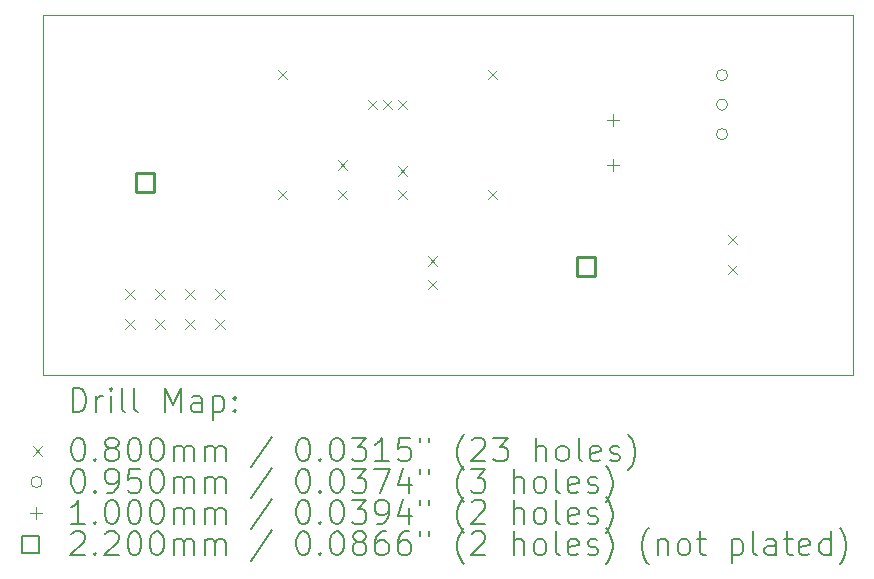
<source format=gbr>
%FSLAX45Y45*%
G04 Gerber Fmt 4.5, Leading zero omitted, Abs format (unit mm)*
G04 Created by KiCad (PCBNEW 6.0.6-3a73a75311~116~ubuntu20.04.1) date 2022-07-22 13:51:22*
%MOMM*%
%LPD*%
G01*
G04 APERTURE LIST*
%TA.AperFunction,Profile*%
%ADD10C,0.100000*%
%TD*%
%ADD11C,0.200000*%
%ADD12C,0.080000*%
%ADD13C,0.095000*%
%ADD14C,0.100000*%
%ADD15C,0.220000*%
G04 APERTURE END LIST*
D10*
X6858000Y3048000D02*
X0Y3048000D01*
X6858000Y0D02*
X6858000Y3048000D01*
X0Y3048000D02*
X0Y0D01*
X0Y0D02*
X6858000Y0D01*
D11*
D12*
X699500Y724000D02*
X779500Y644000D01*
X779500Y724000D02*
X699500Y644000D01*
X699500Y470000D02*
X779500Y390000D01*
X779500Y470000D02*
X699500Y390000D01*
X953500Y724000D02*
X1033500Y644000D01*
X1033500Y724000D02*
X953500Y644000D01*
X953500Y470000D02*
X1033500Y390000D01*
X1033500Y470000D02*
X953500Y390000D01*
X1207500Y724000D02*
X1287500Y644000D01*
X1287500Y724000D02*
X1207500Y644000D01*
X1207500Y470000D02*
X1287500Y390000D01*
X1287500Y470000D02*
X1207500Y390000D01*
X1461500Y724000D02*
X1541500Y644000D01*
X1541500Y724000D02*
X1461500Y644000D01*
X1461500Y470000D02*
X1541500Y390000D01*
X1541500Y470000D02*
X1461500Y390000D01*
X1992000Y2580000D02*
X2072000Y2500000D01*
X2072000Y2580000D02*
X1992000Y2500000D01*
X1992000Y1564000D02*
X2072000Y1484000D01*
X2072000Y1564000D02*
X1992000Y1484000D01*
X2496000Y1814000D02*
X2576000Y1734000D01*
X2576000Y1814000D02*
X2496000Y1734000D01*
X2496000Y1564000D02*
X2576000Y1484000D01*
X2576000Y1564000D02*
X2496000Y1484000D01*
X2754000Y2326000D02*
X2834000Y2246000D01*
X2834000Y2326000D02*
X2754000Y2246000D01*
X2881000Y2326000D02*
X2961000Y2246000D01*
X2961000Y2326000D02*
X2881000Y2246000D01*
X3008000Y2326000D02*
X3088000Y2246000D01*
X3088000Y2326000D02*
X3008000Y2246000D01*
X3008000Y1764000D02*
X3088000Y1684000D01*
X3088000Y1764000D02*
X3008000Y1684000D01*
X3008000Y1564000D02*
X3088000Y1484000D01*
X3088000Y1564000D02*
X3008000Y1484000D01*
X3262000Y1002000D02*
X3342000Y922000D01*
X3342000Y1002000D02*
X3262000Y922000D01*
X3262000Y802000D02*
X3342000Y722000D01*
X3342000Y802000D02*
X3262000Y722000D01*
X3770000Y2580000D02*
X3850000Y2500000D01*
X3850000Y2580000D02*
X3770000Y2500000D01*
X3770000Y1564000D02*
X3850000Y1484000D01*
X3850000Y1564000D02*
X3770000Y1484000D01*
X5802000Y1182000D02*
X5882000Y1102000D01*
X5882000Y1182000D02*
X5802000Y1102000D01*
X5802000Y930000D02*
X5882000Y850000D01*
X5882000Y930000D02*
X5802000Y850000D01*
D13*
X5798500Y2536000D02*
G75*
G03*
X5798500Y2536000I-47500J0D01*
G01*
X5798500Y2286000D02*
G75*
G03*
X5798500Y2286000I-47500J0D01*
G01*
X5798500Y2036000D02*
G75*
G03*
X5798500Y2036000I-47500J0D01*
G01*
D14*
X4826000Y2208000D02*
X4826000Y2108000D01*
X4776000Y2158000D02*
X4876000Y2158000D01*
X4826000Y1828000D02*
X4826000Y1728000D01*
X4776000Y1778000D02*
X4876000Y1778000D01*
D15*
X941382Y1547817D02*
X941382Y1703382D01*
X785817Y1703382D01*
X785817Y1547817D01*
X941382Y1547817D01*
X4675183Y836617D02*
X4675183Y992182D01*
X4519618Y992182D01*
X4519618Y836617D01*
X4675183Y836617D01*
D11*
X252619Y-315476D02*
X252619Y-115476D01*
X300238Y-115476D01*
X328810Y-125000D01*
X347857Y-144048D01*
X357381Y-163095D01*
X366905Y-201190D01*
X366905Y-229762D01*
X357381Y-267857D01*
X347857Y-286905D01*
X328810Y-305952D01*
X300238Y-315476D01*
X252619Y-315476D01*
X452619Y-315476D02*
X452619Y-182143D01*
X452619Y-220238D02*
X462143Y-201190D01*
X471667Y-191667D01*
X490714Y-182143D01*
X509762Y-182143D01*
X576429Y-315476D02*
X576429Y-182143D01*
X576429Y-115476D02*
X566905Y-125000D01*
X576429Y-134524D01*
X585952Y-125000D01*
X576429Y-115476D01*
X576429Y-134524D01*
X700238Y-315476D02*
X681190Y-305952D01*
X671667Y-286905D01*
X671667Y-115476D01*
X805000Y-315476D02*
X785952Y-305952D01*
X776428Y-286905D01*
X776428Y-115476D01*
X1033571Y-315476D02*
X1033571Y-115476D01*
X1100238Y-258333D01*
X1166905Y-115476D01*
X1166905Y-315476D01*
X1347857Y-315476D02*
X1347857Y-210714D01*
X1338333Y-191667D01*
X1319286Y-182143D01*
X1281190Y-182143D01*
X1262143Y-191667D01*
X1347857Y-305952D02*
X1328810Y-315476D01*
X1281190Y-315476D01*
X1262143Y-305952D01*
X1252619Y-286905D01*
X1252619Y-267857D01*
X1262143Y-248809D01*
X1281190Y-239286D01*
X1328810Y-239286D01*
X1347857Y-229762D01*
X1443095Y-182143D02*
X1443095Y-382143D01*
X1443095Y-191667D02*
X1462143Y-182143D01*
X1500238Y-182143D01*
X1519286Y-191667D01*
X1528809Y-201190D01*
X1538333Y-220238D01*
X1538333Y-277381D01*
X1528809Y-296429D01*
X1519286Y-305952D01*
X1500238Y-315476D01*
X1462143Y-315476D01*
X1443095Y-305952D01*
X1624048Y-296429D02*
X1633571Y-305952D01*
X1624048Y-315476D01*
X1614524Y-305952D01*
X1624048Y-296429D01*
X1624048Y-315476D01*
X1624048Y-191667D02*
X1633571Y-201190D01*
X1624048Y-210714D01*
X1614524Y-201190D01*
X1624048Y-191667D01*
X1624048Y-210714D01*
D12*
X-85000Y-605000D02*
X-5000Y-685000D01*
X-5000Y-605000D02*
X-85000Y-685000D01*
D11*
X290714Y-535476D02*
X309762Y-535476D01*
X328810Y-545000D01*
X338333Y-554524D01*
X347857Y-573571D01*
X357381Y-611667D01*
X357381Y-659286D01*
X347857Y-697381D01*
X338333Y-716428D01*
X328810Y-725952D01*
X309762Y-735476D01*
X290714Y-735476D01*
X271667Y-725952D01*
X262143Y-716428D01*
X252619Y-697381D01*
X243095Y-659286D01*
X243095Y-611667D01*
X252619Y-573571D01*
X262143Y-554524D01*
X271667Y-545000D01*
X290714Y-535476D01*
X443095Y-716428D02*
X452619Y-725952D01*
X443095Y-735476D01*
X433571Y-725952D01*
X443095Y-716428D01*
X443095Y-735476D01*
X566905Y-621190D02*
X547857Y-611667D01*
X538333Y-602143D01*
X528810Y-583095D01*
X528810Y-573571D01*
X538333Y-554524D01*
X547857Y-545000D01*
X566905Y-535476D01*
X605000Y-535476D01*
X624048Y-545000D01*
X633571Y-554524D01*
X643095Y-573571D01*
X643095Y-583095D01*
X633571Y-602143D01*
X624048Y-611667D01*
X605000Y-621190D01*
X566905Y-621190D01*
X547857Y-630714D01*
X538333Y-640238D01*
X528810Y-659286D01*
X528810Y-697381D01*
X538333Y-716428D01*
X547857Y-725952D01*
X566905Y-735476D01*
X605000Y-735476D01*
X624048Y-725952D01*
X633571Y-716428D01*
X643095Y-697381D01*
X643095Y-659286D01*
X633571Y-640238D01*
X624048Y-630714D01*
X605000Y-621190D01*
X766905Y-535476D02*
X785952Y-535476D01*
X805000Y-545000D01*
X814524Y-554524D01*
X824048Y-573571D01*
X833571Y-611667D01*
X833571Y-659286D01*
X824048Y-697381D01*
X814524Y-716428D01*
X805000Y-725952D01*
X785952Y-735476D01*
X766905Y-735476D01*
X747857Y-725952D01*
X738333Y-716428D01*
X728809Y-697381D01*
X719286Y-659286D01*
X719286Y-611667D01*
X728809Y-573571D01*
X738333Y-554524D01*
X747857Y-545000D01*
X766905Y-535476D01*
X957381Y-535476D02*
X976428Y-535476D01*
X995476Y-545000D01*
X1005000Y-554524D01*
X1014524Y-573571D01*
X1024048Y-611667D01*
X1024048Y-659286D01*
X1014524Y-697381D01*
X1005000Y-716428D01*
X995476Y-725952D01*
X976428Y-735476D01*
X957381Y-735476D01*
X938333Y-725952D01*
X928809Y-716428D01*
X919286Y-697381D01*
X909762Y-659286D01*
X909762Y-611667D01*
X919286Y-573571D01*
X928809Y-554524D01*
X938333Y-545000D01*
X957381Y-535476D01*
X1109762Y-735476D02*
X1109762Y-602143D01*
X1109762Y-621190D02*
X1119286Y-611667D01*
X1138333Y-602143D01*
X1166905Y-602143D01*
X1185952Y-611667D01*
X1195476Y-630714D01*
X1195476Y-735476D01*
X1195476Y-630714D02*
X1205000Y-611667D01*
X1224048Y-602143D01*
X1252619Y-602143D01*
X1271667Y-611667D01*
X1281190Y-630714D01*
X1281190Y-735476D01*
X1376429Y-735476D02*
X1376429Y-602143D01*
X1376429Y-621190D02*
X1385952Y-611667D01*
X1405000Y-602143D01*
X1433571Y-602143D01*
X1452619Y-611667D01*
X1462143Y-630714D01*
X1462143Y-735476D01*
X1462143Y-630714D02*
X1471667Y-611667D01*
X1490714Y-602143D01*
X1519286Y-602143D01*
X1538333Y-611667D01*
X1547857Y-630714D01*
X1547857Y-735476D01*
X1938333Y-525952D02*
X1766905Y-783095D01*
X2195476Y-535476D02*
X2214524Y-535476D01*
X2233571Y-545000D01*
X2243095Y-554524D01*
X2252619Y-573571D01*
X2262143Y-611667D01*
X2262143Y-659286D01*
X2252619Y-697381D01*
X2243095Y-716428D01*
X2233571Y-725952D01*
X2214524Y-735476D01*
X2195476Y-735476D01*
X2176429Y-725952D01*
X2166905Y-716428D01*
X2157381Y-697381D01*
X2147857Y-659286D01*
X2147857Y-611667D01*
X2157381Y-573571D01*
X2166905Y-554524D01*
X2176429Y-545000D01*
X2195476Y-535476D01*
X2347857Y-716428D02*
X2357381Y-725952D01*
X2347857Y-735476D01*
X2338333Y-725952D01*
X2347857Y-716428D01*
X2347857Y-735476D01*
X2481190Y-535476D02*
X2500238Y-535476D01*
X2519286Y-545000D01*
X2528810Y-554524D01*
X2538333Y-573571D01*
X2547857Y-611667D01*
X2547857Y-659286D01*
X2538333Y-697381D01*
X2528810Y-716428D01*
X2519286Y-725952D01*
X2500238Y-735476D01*
X2481190Y-735476D01*
X2462143Y-725952D01*
X2452619Y-716428D01*
X2443095Y-697381D01*
X2433571Y-659286D01*
X2433571Y-611667D01*
X2443095Y-573571D01*
X2452619Y-554524D01*
X2462143Y-545000D01*
X2481190Y-535476D01*
X2614524Y-535476D02*
X2738333Y-535476D01*
X2671667Y-611667D01*
X2700238Y-611667D01*
X2719286Y-621190D01*
X2728810Y-630714D01*
X2738333Y-649762D01*
X2738333Y-697381D01*
X2728810Y-716428D01*
X2719286Y-725952D01*
X2700238Y-735476D01*
X2643095Y-735476D01*
X2624048Y-725952D01*
X2614524Y-716428D01*
X2928809Y-735476D02*
X2814524Y-735476D01*
X2871667Y-735476D02*
X2871667Y-535476D01*
X2852619Y-564048D01*
X2833571Y-583095D01*
X2814524Y-592619D01*
X3109762Y-535476D02*
X3014524Y-535476D01*
X3005000Y-630714D01*
X3014524Y-621190D01*
X3033571Y-611667D01*
X3081190Y-611667D01*
X3100238Y-621190D01*
X3109762Y-630714D01*
X3119286Y-649762D01*
X3119286Y-697381D01*
X3109762Y-716428D01*
X3100238Y-725952D01*
X3081190Y-735476D01*
X3033571Y-735476D01*
X3014524Y-725952D01*
X3005000Y-716428D01*
X3195476Y-535476D02*
X3195476Y-573571D01*
X3271667Y-535476D02*
X3271667Y-573571D01*
X3566905Y-811667D02*
X3557381Y-802143D01*
X3538333Y-773571D01*
X3528809Y-754524D01*
X3519286Y-725952D01*
X3509762Y-678333D01*
X3509762Y-640238D01*
X3519286Y-592619D01*
X3528809Y-564048D01*
X3538333Y-545000D01*
X3557381Y-516428D01*
X3566905Y-506905D01*
X3633571Y-554524D02*
X3643095Y-545000D01*
X3662143Y-535476D01*
X3709762Y-535476D01*
X3728809Y-545000D01*
X3738333Y-554524D01*
X3747857Y-573571D01*
X3747857Y-592619D01*
X3738333Y-621190D01*
X3624048Y-735476D01*
X3747857Y-735476D01*
X3814524Y-535476D02*
X3938333Y-535476D01*
X3871667Y-611667D01*
X3900238Y-611667D01*
X3919286Y-621190D01*
X3928809Y-630714D01*
X3938333Y-649762D01*
X3938333Y-697381D01*
X3928809Y-716428D01*
X3919286Y-725952D01*
X3900238Y-735476D01*
X3843095Y-735476D01*
X3824048Y-725952D01*
X3814524Y-716428D01*
X4176428Y-735476D02*
X4176428Y-535476D01*
X4262143Y-735476D02*
X4262143Y-630714D01*
X4252619Y-611667D01*
X4233571Y-602143D01*
X4205000Y-602143D01*
X4185952Y-611667D01*
X4176428Y-621190D01*
X4385952Y-735476D02*
X4366905Y-725952D01*
X4357381Y-716428D01*
X4347857Y-697381D01*
X4347857Y-640238D01*
X4357381Y-621190D01*
X4366905Y-611667D01*
X4385952Y-602143D01*
X4414524Y-602143D01*
X4433571Y-611667D01*
X4443095Y-621190D01*
X4452619Y-640238D01*
X4452619Y-697381D01*
X4443095Y-716428D01*
X4433571Y-725952D01*
X4414524Y-735476D01*
X4385952Y-735476D01*
X4566905Y-735476D02*
X4547857Y-725952D01*
X4538333Y-706905D01*
X4538333Y-535476D01*
X4719286Y-725952D02*
X4700238Y-735476D01*
X4662143Y-735476D01*
X4643095Y-725952D01*
X4633571Y-706905D01*
X4633571Y-630714D01*
X4643095Y-611667D01*
X4662143Y-602143D01*
X4700238Y-602143D01*
X4719286Y-611667D01*
X4728810Y-630714D01*
X4728810Y-649762D01*
X4633571Y-668810D01*
X4805000Y-725952D02*
X4824048Y-735476D01*
X4862143Y-735476D01*
X4881190Y-725952D01*
X4890714Y-706905D01*
X4890714Y-697381D01*
X4881190Y-678333D01*
X4862143Y-668810D01*
X4833571Y-668810D01*
X4814524Y-659286D01*
X4805000Y-640238D01*
X4805000Y-630714D01*
X4814524Y-611667D01*
X4833571Y-602143D01*
X4862143Y-602143D01*
X4881190Y-611667D01*
X4957381Y-811667D02*
X4966905Y-802143D01*
X4985952Y-773571D01*
X4995476Y-754524D01*
X5005000Y-725952D01*
X5014524Y-678333D01*
X5014524Y-640238D01*
X5005000Y-592619D01*
X4995476Y-564048D01*
X4985952Y-545000D01*
X4966905Y-516428D01*
X4957381Y-506905D01*
D13*
X-5000Y-909000D02*
G75*
G03*
X-5000Y-909000I-47500J0D01*
G01*
D11*
X290714Y-799476D02*
X309762Y-799476D01*
X328810Y-809000D01*
X338333Y-818524D01*
X347857Y-837571D01*
X357381Y-875667D01*
X357381Y-923286D01*
X347857Y-961381D01*
X338333Y-980428D01*
X328810Y-989952D01*
X309762Y-999476D01*
X290714Y-999476D01*
X271667Y-989952D01*
X262143Y-980428D01*
X252619Y-961381D01*
X243095Y-923286D01*
X243095Y-875667D01*
X252619Y-837571D01*
X262143Y-818524D01*
X271667Y-809000D01*
X290714Y-799476D01*
X443095Y-980428D02*
X452619Y-989952D01*
X443095Y-999476D01*
X433571Y-989952D01*
X443095Y-980428D01*
X443095Y-999476D01*
X547857Y-999476D02*
X585952Y-999476D01*
X605000Y-989952D01*
X614524Y-980428D01*
X633571Y-951857D01*
X643095Y-913762D01*
X643095Y-837571D01*
X633571Y-818524D01*
X624048Y-809000D01*
X605000Y-799476D01*
X566905Y-799476D01*
X547857Y-809000D01*
X538333Y-818524D01*
X528810Y-837571D01*
X528810Y-885190D01*
X538333Y-904238D01*
X547857Y-913762D01*
X566905Y-923286D01*
X605000Y-923286D01*
X624048Y-913762D01*
X633571Y-904238D01*
X643095Y-885190D01*
X824048Y-799476D02*
X728809Y-799476D01*
X719286Y-894714D01*
X728809Y-885190D01*
X747857Y-875667D01*
X795476Y-875667D01*
X814524Y-885190D01*
X824048Y-894714D01*
X833571Y-913762D01*
X833571Y-961381D01*
X824048Y-980428D01*
X814524Y-989952D01*
X795476Y-999476D01*
X747857Y-999476D01*
X728809Y-989952D01*
X719286Y-980428D01*
X957381Y-799476D02*
X976428Y-799476D01*
X995476Y-809000D01*
X1005000Y-818524D01*
X1014524Y-837571D01*
X1024048Y-875667D01*
X1024048Y-923286D01*
X1014524Y-961381D01*
X1005000Y-980428D01*
X995476Y-989952D01*
X976428Y-999476D01*
X957381Y-999476D01*
X938333Y-989952D01*
X928809Y-980428D01*
X919286Y-961381D01*
X909762Y-923286D01*
X909762Y-875667D01*
X919286Y-837571D01*
X928809Y-818524D01*
X938333Y-809000D01*
X957381Y-799476D01*
X1109762Y-999476D02*
X1109762Y-866143D01*
X1109762Y-885190D02*
X1119286Y-875667D01*
X1138333Y-866143D01*
X1166905Y-866143D01*
X1185952Y-875667D01*
X1195476Y-894714D01*
X1195476Y-999476D01*
X1195476Y-894714D02*
X1205000Y-875667D01*
X1224048Y-866143D01*
X1252619Y-866143D01*
X1271667Y-875667D01*
X1281190Y-894714D01*
X1281190Y-999476D01*
X1376429Y-999476D02*
X1376429Y-866143D01*
X1376429Y-885190D02*
X1385952Y-875667D01*
X1405000Y-866143D01*
X1433571Y-866143D01*
X1452619Y-875667D01*
X1462143Y-894714D01*
X1462143Y-999476D01*
X1462143Y-894714D02*
X1471667Y-875667D01*
X1490714Y-866143D01*
X1519286Y-866143D01*
X1538333Y-875667D01*
X1547857Y-894714D01*
X1547857Y-999476D01*
X1938333Y-789952D02*
X1766905Y-1047095D01*
X2195476Y-799476D02*
X2214524Y-799476D01*
X2233571Y-809000D01*
X2243095Y-818524D01*
X2252619Y-837571D01*
X2262143Y-875667D01*
X2262143Y-923286D01*
X2252619Y-961381D01*
X2243095Y-980428D01*
X2233571Y-989952D01*
X2214524Y-999476D01*
X2195476Y-999476D01*
X2176429Y-989952D01*
X2166905Y-980428D01*
X2157381Y-961381D01*
X2147857Y-923286D01*
X2147857Y-875667D01*
X2157381Y-837571D01*
X2166905Y-818524D01*
X2176429Y-809000D01*
X2195476Y-799476D01*
X2347857Y-980428D02*
X2357381Y-989952D01*
X2347857Y-999476D01*
X2338333Y-989952D01*
X2347857Y-980428D01*
X2347857Y-999476D01*
X2481190Y-799476D02*
X2500238Y-799476D01*
X2519286Y-809000D01*
X2528810Y-818524D01*
X2538333Y-837571D01*
X2547857Y-875667D01*
X2547857Y-923286D01*
X2538333Y-961381D01*
X2528810Y-980428D01*
X2519286Y-989952D01*
X2500238Y-999476D01*
X2481190Y-999476D01*
X2462143Y-989952D01*
X2452619Y-980428D01*
X2443095Y-961381D01*
X2433571Y-923286D01*
X2433571Y-875667D01*
X2443095Y-837571D01*
X2452619Y-818524D01*
X2462143Y-809000D01*
X2481190Y-799476D01*
X2614524Y-799476D02*
X2738333Y-799476D01*
X2671667Y-875667D01*
X2700238Y-875667D01*
X2719286Y-885190D01*
X2728810Y-894714D01*
X2738333Y-913762D01*
X2738333Y-961381D01*
X2728810Y-980428D01*
X2719286Y-989952D01*
X2700238Y-999476D01*
X2643095Y-999476D01*
X2624048Y-989952D01*
X2614524Y-980428D01*
X2805000Y-799476D02*
X2938333Y-799476D01*
X2852619Y-999476D01*
X3100238Y-866143D02*
X3100238Y-999476D01*
X3052619Y-789952D02*
X3005000Y-932809D01*
X3128809Y-932809D01*
X3195476Y-799476D02*
X3195476Y-837571D01*
X3271667Y-799476D02*
X3271667Y-837571D01*
X3566905Y-1075667D02*
X3557381Y-1066143D01*
X3538333Y-1037571D01*
X3528809Y-1018524D01*
X3519286Y-989952D01*
X3509762Y-942333D01*
X3509762Y-904238D01*
X3519286Y-856619D01*
X3528809Y-828048D01*
X3538333Y-809000D01*
X3557381Y-780428D01*
X3566905Y-770905D01*
X3624048Y-799476D02*
X3747857Y-799476D01*
X3681190Y-875667D01*
X3709762Y-875667D01*
X3728809Y-885190D01*
X3738333Y-894714D01*
X3747857Y-913762D01*
X3747857Y-961381D01*
X3738333Y-980428D01*
X3728809Y-989952D01*
X3709762Y-999476D01*
X3652619Y-999476D01*
X3633571Y-989952D01*
X3624048Y-980428D01*
X3985952Y-999476D02*
X3985952Y-799476D01*
X4071667Y-999476D02*
X4071667Y-894714D01*
X4062143Y-875667D01*
X4043095Y-866143D01*
X4014524Y-866143D01*
X3995476Y-875667D01*
X3985952Y-885190D01*
X4195476Y-999476D02*
X4176428Y-989952D01*
X4166905Y-980428D01*
X4157381Y-961381D01*
X4157381Y-904238D01*
X4166905Y-885190D01*
X4176428Y-875667D01*
X4195476Y-866143D01*
X4224048Y-866143D01*
X4243095Y-875667D01*
X4252619Y-885190D01*
X4262143Y-904238D01*
X4262143Y-961381D01*
X4252619Y-980428D01*
X4243095Y-989952D01*
X4224048Y-999476D01*
X4195476Y-999476D01*
X4376429Y-999476D02*
X4357381Y-989952D01*
X4347857Y-970905D01*
X4347857Y-799476D01*
X4528810Y-989952D02*
X4509762Y-999476D01*
X4471667Y-999476D01*
X4452619Y-989952D01*
X4443095Y-970905D01*
X4443095Y-894714D01*
X4452619Y-875667D01*
X4471667Y-866143D01*
X4509762Y-866143D01*
X4528810Y-875667D01*
X4538333Y-894714D01*
X4538333Y-913762D01*
X4443095Y-932809D01*
X4614524Y-989952D02*
X4633571Y-999476D01*
X4671667Y-999476D01*
X4690714Y-989952D01*
X4700238Y-970905D01*
X4700238Y-961381D01*
X4690714Y-942333D01*
X4671667Y-932809D01*
X4643095Y-932809D01*
X4624048Y-923286D01*
X4614524Y-904238D01*
X4614524Y-894714D01*
X4624048Y-875667D01*
X4643095Y-866143D01*
X4671667Y-866143D01*
X4690714Y-875667D01*
X4766905Y-1075667D02*
X4776429Y-1066143D01*
X4795476Y-1037571D01*
X4805000Y-1018524D01*
X4814524Y-989952D01*
X4824048Y-942333D01*
X4824048Y-904238D01*
X4814524Y-856619D01*
X4805000Y-828048D01*
X4795476Y-809000D01*
X4776429Y-780428D01*
X4766905Y-770905D01*
D14*
X-55000Y-1123000D02*
X-55000Y-1223000D01*
X-105000Y-1173000D02*
X-5000Y-1173000D01*
D11*
X357381Y-1263476D02*
X243095Y-1263476D01*
X300238Y-1263476D02*
X300238Y-1063476D01*
X281190Y-1092048D01*
X262143Y-1111095D01*
X243095Y-1120619D01*
X443095Y-1244429D02*
X452619Y-1253952D01*
X443095Y-1263476D01*
X433571Y-1253952D01*
X443095Y-1244429D01*
X443095Y-1263476D01*
X576429Y-1063476D02*
X595476Y-1063476D01*
X614524Y-1073000D01*
X624048Y-1082524D01*
X633571Y-1101571D01*
X643095Y-1139667D01*
X643095Y-1187286D01*
X633571Y-1225381D01*
X624048Y-1244429D01*
X614524Y-1253952D01*
X595476Y-1263476D01*
X576429Y-1263476D01*
X557381Y-1253952D01*
X547857Y-1244429D01*
X538333Y-1225381D01*
X528810Y-1187286D01*
X528810Y-1139667D01*
X538333Y-1101571D01*
X547857Y-1082524D01*
X557381Y-1073000D01*
X576429Y-1063476D01*
X766905Y-1063476D02*
X785952Y-1063476D01*
X805000Y-1073000D01*
X814524Y-1082524D01*
X824048Y-1101571D01*
X833571Y-1139667D01*
X833571Y-1187286D01*
X824048Y-1225381D01*
X814524Y-1244429D01*
X805000Y-1253952D01*
X785952Y-1263476D01*
X766905Y-1263476D01*
X747857Y-1253952D01*
X738333Y-1244429D01*
X728809Y-1225381D01*
X719286Y-1187286D01*
X719286Y-1139667D01*
X728809Y-1101571D01*
X738333Y-1082524D01*
X747857Y-1073000D01*
X766905Y-1063476D01*
X957381Y-1063476D02*
X976428Y-1063476D01*
X995476Y-1073000D01*
X1005000Y-1082524D01*
X1014524Y-1101571D01*
X1024048Y-1139667D01*
X1024048Y-1187286D01*
X1014524Y-1225381D01*
X1005000Y-1244429D01*
X995476Y-1253952D01*
X976428Y-1263476D01*
X957381Y-1263476D01*
X938333Y-1253952D01*
X928809Y-1244429D01*
X919286Y-1225381D01*
X909762Y-1187286D01*
X909762Y-1139667D01*
X919286Y-1101571D01*
X928809Y-1082524D01*
X938333Y-1073000D01*
X957381Y-1063476D01*
X1109762Y-1263476D02*
X1109762Y-1130143D01*
X1109762Y-1149190D02*
X1119286Y-1139667D01*
X1138333Y-1130143D01*
X1166905Y-1130143D01*
X1185952Y-1139667D01*
X1195476Y-1158714D01*
X1195476Y-1263476D01*
X1195476Y-1158714D02*
X1205000Y-1139667D01*
X1224048Y-1130143D01*
X1252619Y-1130143D01*
X1271667Y-1139667D01*
X1281190Y-1158714D01*
X1281190Y-1263476D01*
X1376429Y-1263476D02*
X1376429Y-1130143D01*
X1376429Y-1149190D02*
X1385952Y-1139667D01*
X1405000Y-1130143D01*
X1433571Y-1130143D01*
X1452619Y-1139667D01*
X1462143Y-1158714D01*
X1462143Y-1263476D01*
X1462143Y-1158714D02*
X1471667Y-1139667D01*
X1490714Y-1130143D01*
X1519286Y-1130143D01*
X1538333Y-1139667D01*
X1547857Y-1158714D01*
X1547857Y-1263476D01*
X1938333Y-1053952D02*
X1766905Y-1311095D01*
X2195476Y-1063476D02*
X2214524Y-1063476D01*
X2233571Y-1073000D01*
X2243095Y-1082524D01*
X2252619Y-1101571D01*
X2262143Y-1139667D01*
X2262143Y-1187286D01*
X2252619Y-1225381D01*
X2243095Y-1244429D01*
X2233571Y-1253952D01*
X2214524Y-1263476D01*
X2195476Y-1263476D01*
X2176429Y-1253952D01*
X2166905Y-1244429D01*
X2157381Y-1225381D01*
X2147857Y-1187286D01*
X2147857Y-1139667D01*
X2157381Y-1101571D01*
X2166905Y-1082524D01*
X2176429Y-1073000D01*
X2195476Y-1063476D01*
X2347857Y-1244429D02*
X2357381Y-1253952D01*
X2347857Y-1263476D01*
X2338333Y-1253952D01*
X2347857Y-1244429D01*
X2347857Y-1263476D01*
X2481190Y-1063476D02*
X2500238Y-1063476D01*
X2519286Y-1073000D01*
X2528810Y-1082524D01*
X2538333Y-1101571D01*
X2547857Y-1139667D01*
X2547857Y-1187286D01*
X2538333Y-1225381D01*
X2528810Y-1244429D01*
X2519286Y-1253952D01*
X2500238Y-1263476D01*
X2481190Y-1263476D01*
X2462143Y-1253952D01*
X2452619Y-1244429D01*
X2443095Y-1225381D01*
X2433571Y-1187286D01*
X2433571Y-1139667D01*
X2443095Y-1101571D01*
X2452619Y-1082524D01*
X2462143Y-1073000D01*
X2481190Y-1063476D01*
X2614524Y-1063476D02*
X2738333Y-1063476D01*
X2671667Y-1139667D01*
X2700238Y-1139667D01*
X2719286Y-1149190D01*
X2728810Y-1158714D01*
X2738333Y-1177762D01*
X2738333Y-1225381D01*
X2728810Y-1244429D01*
X2719286Y-1253952D01*
X2700238Y-1263476D01*
X2643095Y-1263476D01*
X2624048Y-1253952D01*
X2614524Y-1244429D01*
X2833571Y-1263476D02*
X2871667Y-1263476D01*
X2890714Y-1253952D01*
X2900238Y-1244429D01*
X2919286Y-1215857D01*
X2928809Y-1177762D01*
X2928809Y-1101571D01*
X2919286Y-1082524D01*
X2909762Y-1073000D01*
X2890714Y-1063476D01*
X2852619Y-1063476D01*
X2833571Y-1073000D01*
X2824048Y-1082524D01*
X2814524Y-1101571D01*
X2814524Y-1149190D01*
X2824048Y-1168238D01*
X2833571Y-1177762D01*
X2852619Y-1187286D01*
X2890714Y-1187286D01*
X2909762Y-1177762D01*
X2919286Y-1168238D01*
X2928809Y-1149190D01*
X3100238Y-1130143D02*
X3100238Y-1263476D01*
X3052619Y-1053952D02*
X3005000Y-1196810D01*
X3128809Y-1196810D01*
X3195476Y-1063476D02*
X3195476Y-1101571D01*
X3271667Y-1063476D02*
X3271667Y-1101571D01*
X3566905Y-1339667D02*
X3557381Y-1330143D01*
X3538333Y-1301571D01*
X3528809Y-1282524D01*
X3519286Y-1253952D01*
X3509762Y-1206333D01*
X3509762Y-1168238D01*
X3519286Y-1120619D01*
X3528809Y-1092048D01*
X3538333Y-1073000D01*
X3557381Y-1044428D01*
X3566905Y-1034905D01*
X3633571Y-1082524D02*
X3643095Y-1073000D01*
X3662143Y-1063476D01*
X3709762Y-1063476D01*
X3728809Y-1073000D01*
X3738333Y-1082524D01*
X3747857Y-1101571D01*
X3747857Y-1120619D01*
X3738333Y-1149190D01*
X3624048Y-1263476D01*
X3747857Y-1263476D01*
X3985952Y-1263476D02*
X3985952Y-1063476D01*
X4071667Y-1263476D02*
X4071667Y-1158714D01*
X4062143Y-1139667D01*
X4043095Y-1130143D01*
X4014524Y-1130143D01*
X3995476Y-1139667D01*
X3985952Y-1149190D01*
X4195476Y-1263476D02*
X4176428Y-1253952D01*
X4166905Y-1244429D01*
X4157381Y-1225381D01*
X4157381Y-1168238D01*
X4166905Y-1149190D01*
X4176428Y-1139667D01*
X4195476Y-1130143D01*
X4224048Y-1130143D01*
X4243095Y-1139667D01*
X4252619Y-1149190D01*
X4262143Y-1168238D01*
X4262143Y-1225381D01*
X4252619Y-1244429D01*
X4243095Y-1253952D01*
X4224048Y-1263476D01*
X4195476Y-1263476D01*
X4376429Y-1263476D02*
X4357381Y-1253952D01*
X4347857Y-1234905D01*
X4347857Y-1063476D01*
X4528810Y-1253952D02*
X4509762Y-1263476D01*
X4471667Y-1263476D01*
X4452619Y-1253952D01*
X4443095Y-1234905D01*
X4443095Y-1158714D01*
X4452619Y-1139667D01*
X4471667Y-1130143D01*
X4509762Y-1130143D01*
X4528810Y-1139667D01*
X4538333Y-1158714D01*
X4538333Y-1177762D01*
X4443095Y-1196810D01*
X4614524Y-1253952D02*
X4633571Y-1263476D01*
X4671667Y-1263476D01*
X4690714Y-1253952D01*
X4700238Y-1234905D01*
X4700238Y-1225381D01*
X4690714Y-1206333D01*
X4671667Y-1196810D01*
X4643095Y-1196810D01*
X4624048Y-1187286D01*
X4614524Y-1168238D01*
X4614524Y-1158714D01*
X4624048Y-1139667D01*
X4643095Y-1130143D01*
X4671667Y-1130143D01*
X4690714Y-1139667D01*
X4766905Y-1339667D02*
X4776429Y-1330143D01*
X4795476Y-1301571D01*
X4805000Y-1282524D01*
X4814524Y-1253952D01*
X4824048Y-1206333D01*
X4824048Y-1168238D01*
X4814524Y-1120619D01*
X4805000Y-1092048D01*
X4795476Y-1073000D01*
X4776429Y-1044428D01*
X4766905Y-1034905D01*
X-34289Y-1507711D02*
X-34289Y-1366289D01*
X-175711Y-1366289D01*
X-175711Y-1507711D01*
X-34289Y-1507711D01*
X243095Y-1346524D02*
X252619Y-1337000D01*
X271667Y-1327476D01*
X319286Y-1327476D01*
X338333Y-1337000D01*
X347857Y-1346524D01*
X357381Y-1365571D01*
X357381Y-1384619D01*
X347857Y-1413190D01*
X233571Y-1527476D01*
X357381Y-1527476D01*
X443095Y-1508428D02*
X452619Y-1517952D01*
X443095Y-1527476D01*
X433571Y-1517952D01*
X443095Y-1508428D01*
X443095Y-1527476D01*
X528810Y-1346524D02*
X538333Y-1337000D01*
X557381Y-1327476D01*
X605000Y-1327476D01*
X624048Y-1337000D01*
X633571Y-1346524D01*
X643095Y-1365571D01*
X643095Y-1384619D01*
X633571Y-1413190D01*
X519286Y-1527476D01*
X643095Y-1527476D01*
X766905Y-1327476D02*
X785952Y-1327476D01*
X805000Y-1337000D01*
X814524Y-1346524D01*
X824048Y-1365571D01*
X833571Y-1403667D01*
X833571Y-1451286D01*
X824048Y-1489381D01*
X814524Y-1508428D01*
X805000Y-1517952D01*
X785952Y-1527476D01*
X766905Y-1527476D01*
X747857Y-1517952D01*
X738333Y-1508428D01*
X728809Y-1489381D01*
X719286Y-1451286D01*
X719286Y-1403667D01*
X728809Y-1365571D01*
X738333Y-1346524D01*
X747857Y-1337000D01*
X766905Y-1327476D01*
X957381Y-1327476D02*
X976428Y-1327476D01*
X995476Y-1337000D01*
X1005000Y-1346524D01*
X1014524Y-1365571D01*
X1024048Y-1403667D01*
X1024048Y-1451286D01*
X1014524Y-1489381D01*
X1005000Y-1508428D01*
X995476Y-1517952D01*
X976428Y-1527476D01*
X957381Y-1527476D01*
X938333Y-1517952D01*
X928809Y-1508428D01*
X919286Y-1489381D01*
X909762Y-1451286D01*
X909762Y-1403667D01*
X919286Y-1365571D01*
X928809Y-1346524D01*
X938333Y-1337000D01*
X957381Y-1327476D01*
X1109762Y-1527476D02*
X1109762Y-1394143D01*
X1109762Y-1413190D02*
X1119286Y-1403667D01*
X1138333Y-1394143D01*
X1166905Y-1394143D01*
X1185952Y-1403667D01*
X1195476Y-1422714D01*
X1195476Y-1527476D01*
X1195476Y-1422714D02*
X1205000Y-1403667D01*
X1224048Y-1394143D01*
X1252619Y-1394143D01*
X1271667Y-1403667D01*
X1281190Y-1422714D01*
X1281190Y-1527476D01*
X1376429Y-1527476D02*
X1376429Y-1394143D01*
X1376429Y-1413190D02*
X1385952Y-1403667D01*
X1405000Y-1394143D01*
X1433571Y-1394143D01*
X1452619Y-1403667D01*
X1462143Y-1422714D01*
X1462143Y-1527476D01*
X1462143Y-1422714D02*
X1471667Y-1403667D01*
X1490714Y-1394143D01*
X1519286Y-1394143D01*
X1538333Y-1403667D01*
X1547857Y-1422714D01*
X1547857Y-1527476D01*
X1938333Y-1317952D02*
X1766905Y-1575095D01*
X2195476Y-1327476D02*
X2214524Y-1327476D01*
X2233571Y-1337000D01*
X2243095Y-1346524D01*
X2252619Y-1365571D01*
X2262143Y-1403667D01*
X2262143Y-1451286D01*
X2252619Y-1489381D01*
X2243095Y-1508428D01*
X2233571Y-1517952D01*
X2214524Y-1527476D01*
X2195476Y-1527476D01*
X2176429Y-1517952D01*
X2166905Y-1508428D01*
X2157381Y-1489381D01*
X2147857Y-1451286D01*
X2147857Y-1403667D01*
X2157381Y-1365571D01*
X2166905Y-1346524D01*
X2176429Y-1337000D01*
X2195476Y-1327476D01*
X2347857Y-1508428D02*
X2357381Y-1517952D01*
X2347857Y-1527476D01*
X2338333Y-1517952D01*
X2347857Y-1508428D01*
X2347857Y-1527476D01*
X2481190Y-1327476D02*
X2500238Y-1327476D01*
X2519286Y-1337000D01*
X2528810Y-1346524D01*
X2538333Y-1365571D01*
X2547857Y-1403667D01*
X2547857Y-1451286D01*
X2538333Y-1489381D01*
X2528810Y-1508428D01*
X2519286Y-1517952D01*
X2500238Y-1527476D01*
X2481190Y-1527476D01*
X2462143Y-1517952D01*
X2452619Y-1508428D01*
X2443095Y-1489381D01*
X2433571Y-1451286D01*
X2433571Y-1403667D01*
X2443095Y-1365571D01*
X2452619Y-1346524D01*
X2462143Y-1337000D01*
X2481190Y-1327476D01*
X2662143Y-1413190D02*
X2643095Y-1403667D01*
X2633571Y-1394143D01*
X2624048Y-1375095D01*
X2624048Y-1365571D01*
X2633571Y-1346524D01*
X2643095Y-1337000D01*
X2662143Y-1327476D01*
X2700238Y-1327476D01*
X2719286Y-1337000D01*
X2728810Y-1346524D01*
X2738333Y-1365571D01*
X2738333Y-1375095D01*
X2728810Y-1394143D01*
X2719286Y-1403667D01*
X2700238Y-1413190D01*
X2662143Y-1413190D01*
X2643095Y-1422714D01*
X2633571Y-1432238D01*
X2624048Y-1451286D01*
X2624048Y-1489381D01*
X2633571Y-1508428D01*
X2643095Y-1517952D01*
X2662143Y-1527476D01*
X2700238Y-1527476D01*
X2719286Y-1517952D01*
X2728810Y-1508428D01*
X2738333Y-1489381D01*
X2738333Y-1451286D01*
X2728810Y-1432238D01*
X2719286Y-1422714D01*
X2700238Y-1413190D01*
X2909762Y-1327476D02*
X2871667Y-1327476D01*
X2852619Y-1337000D01*
X2843095Y-1346524D01*
X2824048Y-1375095D01*
X2814524Y-1413190D01*
X2814524Y-1489381D01*
X2824048Y-1508428D01*
X2833571Y-1517952D01*
X2852619Y-1527476D01*
X2890714Y-1527476D01*
X2909762Y-1517952D01*
X2919286Y-1508428D01*
X2928809Y-1489381D01*
X2928809Y-1441762D01*
X2919286Y-1422714D01*
X2909762Y-1413190D01*
X2890714Y-1403667D01*
X2852619Y-1403667D01*
X2833571Y-1413190D01*
X2824048Y-1422714D01*
X2814524Y-1441762D01*
X3100238Y-1327476D02*
X3062143Y-1327476D01*
X3043095Y-1337000D01*
X3033571Y-1346524D01*
X3014524Y-1375095D01*
X3005000Y-1413190D01*
X3005000Y-1489381D01*
X3014524Y-1508428D01*
X3024048Y-1517952D01*
X3043095Y-1527476D01*
X3081190Y-1527476D01*
X3100238Y-1517952D01*
X3109762Y-1508428D01*
X3119286Y-1489381D01*
X3119286Y-1441762D01*
X3109762Y-1422714D01*
X3100238Y-1413190D01*
X3081190Y-1403667D01*
X3043095Y-1403667D01*
X3024048Y-1413190D01*
X3014524Y-1422714D01*
X3005000Y-1441762D01*
X3195476Y-1327476D02*
X3195476Y-1365571D01*
X3271667Y-1327476D02*
X3271667Y-1365571D01*
X3566905Y-1603667D02*
X3557381Y-1594143D01*
X3538333Y-1565571D01*
X3528809Y-1546524D01*
X3519286Y-1517952D01*
X3509762Y-1470333D01*
X3509762Y-1432238D01*
X3519286Y-1384619D01*
X3528809Y-1356048D01*
X3538333Y-1337000D01*
X3557381Y-1308429D01*
X3566905Y-1298905D01*
X3633571Y-1346524D02*
X3643095Y-1337000D01*
X3662143Y-1327476D01*
X3709762Y-1327476D01*
X3728809Y-1337000D01*
X3738333Y-1346524D01*
X3747857Y-1365571D01*
X3747857Y-1384619D01*
X3738333Y-1413190D01*
X3624048Y-1527476D01*
X3747857Y-1527476D01*
X3985952Y-1527476D02*
X3985952Y-1327476D01*
X4071667Y-1527476D02*
X4071667Y-1422714D01*
X4062143Y-1403667D01*
X4043095Y-1394143D01*
X4014524Y-1394143D01*
X3995476Y-1403667D01*
X3985952Y-1413190D01*
X4195476Y-1527476D02*
X4176428Y-1517952D01*
X4166905Y-1508428D01*
X4157381Y-1489381D01*
X4157381Y-1432238D01*
X4166905Y-1413190D01*
X4176428Y-1403667D01*
X4195476Y-1394143D01*
X4224048Y-1394143D01*
X4243095Y-1403667D01*
X4252619Y-1413190D01*
X4262143Y-1432238D01*
X4262143Y-1489381D01*
X4252619Y-1508428D01*
X4243095Y-1517952D01*
X4224048Y-1527476D01*
X4195476Y-1527476D01*
X4376429Y-1527476D02*
X4357381Y-1517952D01*
X4347857Y-1498905D01*
X4347857Y-1327476D01*
X4528810Y-1517952D02*
X4509762Y-1527476D01*
X4471667Y-1527476D01*
X4452619Y-1517952D01*
X4443095Y-1498905D01*
X4443095Y-1422714D01*
X4452619Y-1403667D01*
X4471667Y-1394143D01*
X4509762Y-1394143D01*
X4528810Y-1403667D01*
X4538333Y-1422714D01*
X4538333Y-1441762D01*
X4443095Y-1460809D01*
X4614524Y-1517952D02*
X4633571Y-1527476D01*
X4671667Y-1527476D01*
X4690714Y-1517952D01*
X4700238Y-1498905D01*
X4700238Y-1489381D01*
X4690714Y-1470333D01*
X4671667Y-1460809D01*
X4643095Y-1460809D01*
X4624048Y-1451286D01*
X4614524Y-1432238D01*
X4614524Y-1422714D01*
X4624048Y-1403667D01*
X4643095Y-1394143D01*
X4671667Y-1394143D01*
X4690714Y-1403667D01*
X4766905Y-1603667D02*
X4776429Y-1594143D01*
X4795476Y-1565571D01*
X4805000Y-1546524D01*
X4814524Y-1517952D01*
X4824048Y-1470333D01*
X4824048Y-1432238D01*
X4814524Y-1384619D01*
X4805000Y-1356048D01*
X4795476Y-1337000D01*
X4776429Y-1308429D01*
X4766905Y-1298905D01*
X5128810Y-1603667D02*
X5119286Y-1594143D01*
X5100238Y-1565571D01*
X5090714Y-1546524D01*
X5081190Y-1517952D01*
X5071667Y-1470333D01*
X5071667Y-1432238D01*
X5081190Y-1384619D01*
X5090714Y-1356048D01*
X5100238Y-1337000D01*
X5119286Y-1308429D01*
X5128810Y-1298905D01*
X5205000Y-1394143D02*
X5205000Y-1527476D01*
X5205000Y-1413190D02*
X5214524Y-1403667D01*
X5233571Y-1394143D01*
X5262143Y-1394143D01*
X5281190Y-1403667D01*
X5290714Y-1422714D01*
X5290714Y-1527476D01*
X5414524Y-1527476D02*
X5395476Y-1517952D01*
X5385952Y-1508428D01*
X5376429Y-1489381D01*
X5376429Y-1432238D01*
X5385952Y-1413190D01*
X5395476Y-1403667D01*
X5414524Y-1394143D01*
X5443095Y-1394143D01*
X5462143Y-1403667D01*
X5471667Y-1413190D01*
X5481190Y-1432238D01*
X5481190Y-1489381D01*
X5471667Y-1508428D01*
X5462143Y-1517952D01*
X5443095Y-1527476D01*
X5414524Y-1527476D01*
X5538333Y-1394143D02*
X5614524Y-1394143D01*
X5566905Y-1327476D02*
X5566905Y-1498905D01*
X5576429Y-1517952D01*
X5595476Y-1527476D01*
X5614524Y-1527476D01*
X5833571Y-1394143D02*
X5833571Y-1594143D01*
X5833571Y-1403667D02*
X5852619Y-1394143D01*
X5890714Y-1394143D01*
X5909762Y-1403667D01*
X5919286Y-1413190D01*
X5928809Y-1432238D01*
X5928809Y-1489381D01*
X5919286Y-1508428D01*
X5909762Y-1517952D01*
X5890714Y-1527476D01*
X5852619Y-1527476D01*
X5833571Y-1517952D01*
X6043095Y-1527476D02*
X6024048Y-1517952D01*
X6014524Y-1498905D01*
X6014524Y-1327476D01*
X6205000Y-1527476D02*
X6205000Y-1422714D01*
X6195476Y-1403667D01*
X6176428Y-1394143D01*
X6138333Y-1394143D01*
X6119286Y-1403667D01*
X6205000Y-1517952D02*
X6185952Y-1527476D01*
X6138333Y-1527476D01*
X6119286Y-1517952D01*
X6109762Y-1498905D01*
X6109762Y-1479857D01*
X6119286Y-1460809D01*
X6138333Y-1451286D01*
X6185952Y-1451286D01*
X6205000Y-1441762D01*
X6271667Y-1394143D02*
X6347857Y-1394143D01*
X6300238Y-1327476D02*
X6300238Y-1498905D01*
X6309762Y-1517952D01*
X6328809Y-1527476D01*
X6347857Y-1527476D01*
X6490714Y-1517952D02*
X6471667Y-1527476D01*
X6433571Y-1527476D01*
X6414524Y-1517952D01*
X6405000Y-1498905D01*
X6405000Y-1422714D01*
X6414524Y-1403667D01*
X6433571Y-1394143D01*
X6471667Y-1394143D01*
X6490714Y-1403667D01*
X6500238Y-1422714D01*
X6500238Y-1441762D01*
X6405000Y-1460809D01*
X6671667Y-1527476D02*
X6671667Y-1327476D01*
X6671667Y-1517952D02*
X6652619Y-1527476D01*
X6614524Y-1527476D01*
X6595476Y-1517952D01*
X6585952Y-1508428D01*
X6576428Y-1489381D01*
X6576428Y-1432238D01*
X6585952Y-1413190D01*
X6595476Y-1403667D01*
X6614524Y-1394143D01*
X6652619Y-1394143D01*
X6671667Y-1403667D01*
X6747857Y-1603667D02*
X6757381Y-1594143D01*
X6776428Y-1565571D01*
X6785952Y-1546524D01*
X6795476Y-1517952D01*
X6805000Y-1470333D01*
X6805000Y-1432238D01*
X6795476Y-1384619D01*
X6785952Y-1356048D01*
X6776428Y-1337000D01*
X6757381Y-1308429D01*
X6747857Y-1298905D01*
M02*

</source>
